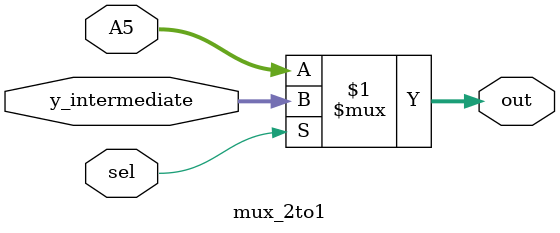
<source format=v>
module lab1 #
(
	parameter WIDTHIN = 16,		// Input format is Q2.14 (2 integer bits + 14 fractional bits = 16 bits)
	parameter WIDTHOUT = 32,	// Intermediate/Output format is Q7.25 (7 integer bits + 25 fractional bits = 32 bits)
	// Taylor coefficients for the first five terms in Q2.14 format
	parameter [WIDTHIN-1:0] A0 = 16'b01_00000000000000, // a0 = 1
	parameter [WIDTHIN-1:0] A1 = 16'b01_00000000000000, // a1 = 1
	parameter [WIDTHIN-1:0] A2 = 16'b00_10000000000000, // a2 = 1/2
	parameter [WIDTHIN-1:0] A3 = 16'b00_00101010101010, // a3 = 1/6
	parameter [WIDTHIN-1:0] A4 = 16'b00_00001010101010, // a4 = 1/24
	parameter [WIDTHIN-1:0] A5 = 16'b00_00000010001000,  // a5 = 1/120
	parameter [WIDTHOUT-1:0] extended_A5 = {5'b0, A5, 11'b0}  // we want to use only 32x16 multiplier so adapting to it.
	
)
(
	input clk,
	input reset,	
	
	input i_valid,
	input i_ready,
	output o_valid,
	output o_ready,
	
	input [WIDTHIN-1:0] i_x,
	output [WIDTHOUT-1:0] o_y
);
//Output value could overflow (32-bit output, and 16-bit inputs multiplied
//together repeatedly).  Don't worry about that -- assume that only the bottom
//32 bits are of interest, and keep them.
reg [WIDTHIN-1:0] x;	// Register to hold input X
reg [WIDTHOUT-1:0] y_intermediate; // Register to hold intermediate output
reg [WIDTHOUT-1:0] y_Q;	// Register to hold output Y

reg valid_mul_mux_out_for_mul0_add0_Q; // multiplier's mux's output is valid that for the current state mul0_add0
reg valid_mul_mux_out_for_mul1_add1_Q; // multiplier's mux's output is valid that for the current state mul1_add1
reg valid_mul_mux_out_for_mul2_add2_Q; // similar to above commment...
reg valid_mul_mux_out_for_mul3_add3_Q;
reg valid_mul_mux_out_for_mul4_add4_Q;


reg valid_Q2;		// Output of register y is valid


// signal for enabling sequential circuit elements
reg enable;


// Signals for computing the y output
wire [WIDTHOUT-1:0] mul_out; // multiplier's output
wire [WIDTHOUT-1:0] add_out; // adder's output
wire [WIDTHOUT-1:0] y_D;

//multiplier's mux
reg mul_mux_select; // select of mux that feeds input to the only multiplier
wire[WIDTHOUT-1:0] mul_mux_out; //output of mux that feeds input to the only multiplier

//adder's mux
reg [2:0] add_mux_select; // select of mux that feeds input to the only adder
wire[WIDTHIN-1:0] add_mux_out; // output fo mux that feeds input to only adder


//multiplexer for multiplier
mux_2to1  #(.WIDTHOUT(WIDTHOUT)) mult_mux (.A5(extended_A5), .y_intermediate(y_intermediate), .sel(mul_mux_select), .out(mul_mux_out));
//multiplexer for adder
mux_4to1  #(.WIDTHIN(WIDTHIN)) add_mux (.A0(A0), .A1(A1), .A2(A2), .A3(A3), .A4(A4), .sel(add_mux_select), .out(add_mux_out));

// compute y value
mult32x16 Mult (.i_dataa(mul_mux_out), .i_datab(x), .o_res(mul_out));
addr32p16 Addr (.i_dataa(mul_out), 	.i_datab(add_mux_out), 	.o_res(add_out));

//assign output of adder to y_D
assign y_D = add_out;


//Finate state machine //by default the initial state is standby, where we are waiting for valid input to perform operations
reg [2:0] state;
parameter mul0_add0=3'b000; // we will peform first multiplication and first addition of tylor expansion together in one cycle in this state
parameter mul1_add1=3'b001; // we will peform second multiplication and second  of tylor expansion together in one cycle in this state
parameter mul2_add2=3'b010; // ...
parameter mul3_add3=3'b011; // ...
parameter mul4_add4=3'b100; // ...
parameter standby=3'b101;   // deffualt initial state or state in which we wait for vaild input

//we will be performing mul0 add0 in once cycle, mul1 add1 in next cycle in so on.

initial
	begin
		state <= standby;
	end

always @(state)
	begin
		case ((state))
			standby: // do nothing reset the selects of respective MUXs
				begin
					mul_mux_select <= 1'b0; 
					add_mux_select <= 3'b000;
				end
			mul0_add0: // we entered mul0_add0 state, feed the appropriate inputs to muliplier and adder through select
				begin
					mul_mux_select <= 1'b0;
					add_mux_select <= 3'b000;
				end
			mul1_add1: // similar to above comment..
				begin
					mul_mux_select <= 1'b1;
					add_mux_select <= 3'b001;
				end
			mul2_add2: // ...
				begin
					mul_mux_select <= 1'b1;
					add_mux_select <= 3'b010;
				end
			mul3_add3: // ...
				begin				
					mul_mux_select <= 1'b1;
					add_mux_select <= 3'b011;
				end
			mul4_add4: // ...
				begin
					mul_mux_select <= 1'b1;
					add_mux_select <= 3'b100;
				end
			default: // defualt we will reset selects of the respective MUXs
				begin
					mul_mux_select <= 1'b0;
					add_mux_select <= 3'b000;
				end
		endcase
	end

// Combinational logic
always @* begin
	// signal for enable
	enable = i_ready;	
end

// Infer the registers
always @ (posedge clk or posedge reset) begin
	if (reset) begin
		valid_mul_mux_out_for_mul0_add0_Q <= 1'b0; //reset validity flags
		valid_mul_mux_out_for_mul1_add1_Q <= 1'b0;
		valid_mul_mux_out_for_mul2_add2_Q <= 1'b0;
		valid_mul_mux_out_for_mul3_add3_Q <= 1'b0;
		valid_mul_mux_out_for_mul4_add4_Q <= 1'b0;		
		valid_Q2 <= 1'b0;
		state = standby;
		x <= 0;
		y_intermediate <= 0;
		y_Q <= 0;
	end else if (enable) begin
		// propagate the valid value
		valid_mul_mux_out_for_mul0_add0_Q <= i_valid; 
		valid_mul_mux_out_for_mul1_add1_Q <= valid_mul_mux_out_for_mul0_add0_Q;
		valid_mul_mux_out_for_mul2_add2_Q <= valid_mul_mux_out_for_mul1_add1_Q;
		valid_mul_mux_out_for_mul3_add3_Q <= valid_mul_mux_out_for_mul2_add2_Q;
		valid_mul_mux_out_for_mul4_add4_Q <= valid_mul_mux_out_for_mul3_add3_Q;
		valid_Q2 <= valid_mul_mux_out_for_mul4_add4_Q;
		
		// read in new x only if we are ready to take new inputs
		if(o_ready)
			x <= i_x;

		// transiton for our state
		begin
			case (state)
				standby:
					if(i_valid) // got new input to process!
						state = mul0_add0;
				mul0_add0:
					if(valid_mul_mux_out_for_mul0_add0_Q) // move to next state as we have valid output from previous state.
						state = mul1_add1;
				mul1_add1:
					if(valid_mul_mux_out_for_mul1_add1_Q) // same as above comment
						state = mul2_add2;
				mul2_add2:
					if(valid_mul_mux_out_for_mul2_add2_Q) // ...
						state = mul3_add3;
				mul3_add3:
					if(valid_mul_mux_out_for_mul3_add3_Q) // ...
						state = mul4_add4;
				mul4_add4:
					if(valid_mul_mux_out_for_mul4_add4_Q) //there two options after mul4_add4 since we finished processing,  
						if(i_valid)						  //if there  i_valid input go to mul0_add0 immediately										
							state = mul0_add0;			  //else stay in standby waiting for i_valid input.
						else
							state = standby;
				default:
					state = standby;
			endcase
		end
		
		//output computed intermediate y value
		y_intermediate <= y_D;
		
		// output computed y value, this will become valid only after mul4_add4 state
		y_Q <= y_D;
	end
end

// assign outputs
assign o_y = y_Q;
// ready for inputs as long as receiver is ready for outputs and we going to finish processing in current cycle (so that we can start processing new input in very next cycle) or in standby*/
assign o_ready = i_ready && (state==mul4_add4 || state==standby);   		
// the output is valid as long as the corresponding input was valid and 
//	the receiver is ready. If the receiver isn't ready, the computed output
//	will still remain on the register outputs and the circuit will resume
//  normal operation with the receiver is ready again (i_ready is high)*/
assign o_valid = valid_Q2 & i_ready;	

endmodule

/*******************************************************************************************/

// Multiplier module for all the remaining 32x16 multiplications
module mult32x16 (
	input  [31:0] i_dataa,
	input  [15:0] i_datab,
	output [31:0] o_res
);

reg [47:0] result;

always @ (*) begin
	result = i_dataa * i_datab;
end

// The result of Q7.25 x Q2.14 is in the Q9.39 format. Therefore we need to change it
// to the Q7.25 format specified in the assignment by selecting the appropriate bits
// (i.e. dropping the most-significant 2 bits and least-significant 14 bits).
assign o_res = result[45:14];

endmodule

/*******************************************************************************************/

// Adder module for all the 32b+16b addition operations 
module addr32p16 (
	input [31:0] i_dataa,
	input [15:0] i_datab,
	output [31:0] o_res
);

// The 16-bit Q2.14 input needs to be aligned with the 32-bit Q7.25 input by zero padding
assign o_res = i_dataa + {5'b00000, i_datab, 11'b00000000000};

endmodule

/*******************************************************************************************/
module mux_4to1 		#(parameter WIDTHIN = 16)
						(input [WIDTHIN-1:0] A0,                 // WIDTHIN-bit input called A0 
						 input [WIDTHIN-1:0] A1,                 // WIDTHIN-bit input called A1  
						 input [WIDTHIN-1:0] A2,                 // WIDTHIN-bit input called A2  
						 input [WIDTHIN-1:0] A3,                 // WIDTHIN-bit input called A3  
						 input [WIDTHIN-1:0] A4,                 // WIDTHIN-bit input called A4						  
						 input [2:0] sel,               		 // input sel used to select between A1,A2,A3,A4 
						 output [WIDTHIN-1:0] out);              // 4-bit output based on input sel  
	// weh sel[2]  is 0, (sel[1] ? (sel[0] ? A1 : A2) : (sel[0] ? A3 : A4)) is selected else A0.
 	// When sel[1] is 0, (sel[0]? A3:A4) is selected and sel[1] is 1, (sel[0] ? A1:A2) is taken  
	// If sel[0] is 0, A4 is sent to output, else A3 and if sel[0] is 0, A2 is sent to output, else A1  
	assign out = sel[2] ? A0 : (sel[1] ? (sel[0] ? A1 : A2) : (sel[0] ? A3 : A4));  
	
endmodule  

/*******************************************************************************************/

module mux_2to1 		#(parameter WIDTHOUT = 32)
						(input [WIDTHOUT-1:0] y_intermediate,                 // WIDTHIN-bit input called y_D  
						 input [WIDTHOUT-1:0] A5,                  // WIDTHIN-bit input called A5                               
						 input sel,               				  // input sel used to select between x,A5
						 output [WIDTHOUT-1:0] out);               // WIDTHIN-bit output based on input sel  
	
	// When sel is 0, A5 is selected else if sel is 1, y_intermediate is selected	 
	assign out = sel ? y_intermediate : A5;  
	
endmodule  

/*******************************************************************************************/





</source>
